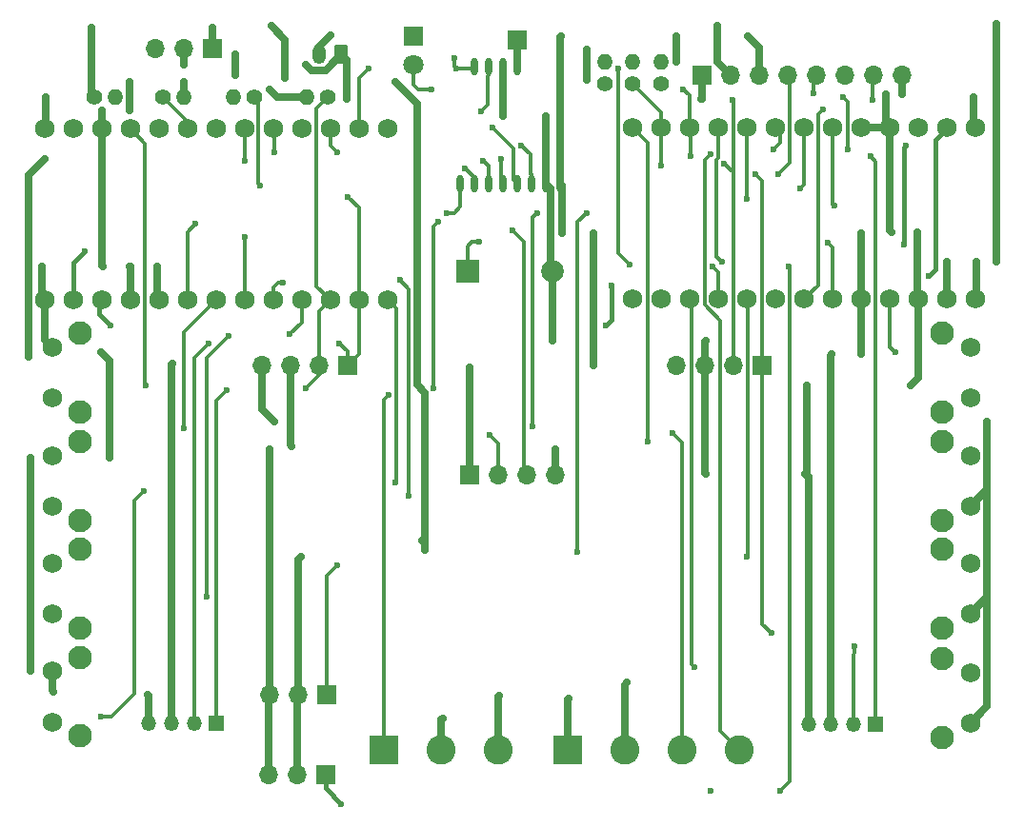
<source format=gbr>
%TF.GenerationSoftware,KiCad,Pcbnew,8.0.6-8.0.6-0~ubuntu24.04.1*%
%TF.CreationDate,2025-07-02T20:36:46-04:00*%
%TF.ProjectId,meshbot_kicad_v1,6d657368-626f-4745-9f6b-696361645f76,rev?*%
%TF.SameCoordinates,Original*%
%TF.FileFunction,Copper,L1,Top*%
%TF.FilePolarity,Positive*%
%FSLAX46Y46*%
G04 Gerber Fmt 4.6, Leading zero omitted, Abs format (unit mm)*
G04 Created by KiCad (PCBNEW 8.0.6-8.0.6-0~ubuntu24.04.1) date 2025-07-02 20:36:46*
%MOMM*%
%LPD*%
G01*
G04 APERTURE LIST*
G04 Aperture macros list*
%AMRoundRect*
0 Rectangle with rounded corners*
0 $1 Rounding radius*
0 $2 $3 $4 $5 $6 $7 $8 $9 X,Y pos of 4 corners*
0 Add a 4 corners polygon primitive as box body*
4,1,4,$2,$3,$4,$5,$6,$7,$8,$9,$2,$3,0*
0 Add four circle primitives for the rounded corners*
1,1,$1+$1,$2,$3*
1,1,$1+$1,$4,$5*
1,1,$1+$1,$6,$7*
1,1,$1+$1,$8,$9*
0 Add four rect primitives between the rounded corners*
20,1,$1+$1,$2,$3,$4,$5,0*
20,1,$1+$1,$4,$5,$6,$7,0*
20,1,$1+$1,$6,$7,$8,$9,0*
20,1,$1+$1,$8,$9,$2,$3,0*%
G04 Aperture macros list end*
%TA.AperFunction,ComponentPad*%
%ADD10R,1.800000X1.800000*%
%TD*%
%TA.AperFunction,ComponentPad*%
%ADD11C,1.800000*%
%TD*%
%TA.AperFunction,ComponentPad*%
%ADD12R,1.700000X1.700000*%
%TD*%
%TA.AperFunction,ComponentPad*%
%ADD13O,1.700000X1.700000*%
%TD*%
%TA.AperFunction,ComponentPad*%
%ADD14C,1.750000*%
%TD*%
%TA.AperFunction,ComponentPad*%
%ADD15C,2.100000*%
%TD*%
%TA.AperFunction,ComponentPad*%
%ADD16C,1.400000*%
%TD*%
%TA.AperFunction,ComponentPad*%
%ADD17O,1.400000X1.400000*%
%TD*%
%TA.AperFunction,ComponentPad*%
%ADD18RoundRect,0.250000X0.350000X0.625000X-0.350000X0.625000X-0.350000X-0.625000X0.350000X-0.625000X0*%
%TD*%
%TA.AperFunction,ComponentPad*%
%ADD19O,1.200000X1.750000*%
%TD*%
%TA.AperFunction,ComponentPad*%
%ADD20C,1.752600*%
%TD*%
%TA.AperFunction,ComponentPad*%
%ADD21O,1.350000X1.350000*%
%TD*%
%TA.AperFunction,ComponentPad*%
%ADD22R,1.350000X1.350000*%
%TD*%
%TA.AperFunction,ComponentPad*%
%ADD23R,2.600000X2.600000*%
%TD*%
%TA.AperFunction,ComponentPad*%
%ADD24C,2.600000*%
%TD*%
%TA.AperFunction,ComponentPad*%
%ADD25R,2.000000X2.000000*%
%TD*%
%TA.AperFunction,ComponentPad*%
%ADD26C,2.000000*%
%TD*%
%TA.AperFunction,SMDPad,CuDef*%
%ADD27RoundRect,0.300000X0.000010X-0.500000X0.000010X0.500000X-0.000010X0.500000X-0.000010X-0.500000X0*%
%TD*%
%TA.AperFunction,ViaPad*%
%ADD28C,0.600000*%
%TD*%
%TA.AperFunction,Conductor*%
%ADD29C,0.300000*%
%TD*%
%TA.AperFunction,Conductor*%
%ADD30C,0.700000*%
%TD*%
%TA.AperFunction,Conductor*%
%ADD31C,0.400000*%
%TD*%
G04 APERTURE END LIST*
D10*
%TO.P,D2,1,K*%
%TO.N,GND*%
X136400000Y-41260000D03*
D11*
%TO.P,D2,2,A*%
%TO.N,Net-(D2-A)*%
X136400000Y-43800000D03*
%TD*%
D12*
%TO.P,J2,1,Pin_1*%
%TO.N,3V3*%
X141380000Y-80300000D03*
D13*
%TO.P,J2,2,Pin_2*%
%TO.N,GPS_RX*%
X143920000Y-80300000D03*
%TO.P,J2,3,Pin_3*%
%TO.N,GPS_TX*%
X146460000Y-80300000D03*
%TO.P,J2,4,Pin_4*%
%TO.N,GND*%
X149000000Y-80300000D03*
%TD*%
D14*
%TO.P,SW8,2,2*%
%TO.N,GND*%
X104300000Y-97800000D03*
%TO.P,SW8,1,1*%
%TO.N,MESH_BUTTON_C*%
X104300000Y-102300000D03*
D15*
%TO.P,SW8,*%
%TO.N,*%
X106790000Y-96540000D03*
X106790000Y-103550000D03*
%TD*%
D16*
%TO.P,R7,1*%
%TO.N,Net-(D2-A)*%
X153400000Y-45500000D03*
D17*
%TO.P,R7,2*%
%TO.N,LED_A*%
X153400000Y-43600000D03*
%TD*%
D18*
%TO.P,J1,1,Pin_1*%
%TO.N,V_EXT*%
X130000000Y-42900000D03*
D19*
%TO.P,J1,2,Pin_2*%
%TO.N,GND*%
X128000000Y-42900000D03*
%TD*%
D20*
%TO.P,U2,1,TX0/P0.06*%
%TO.N,MESH_TX*%
X106140000Y-64780000D03*
%TO.P,U2,2,RX1/P0.08*%
%TO.N,MESH_RX*%
X108680000Y-64780000D03*
%TO.P,U2,3,GND*%
%TO.N,GND*%
X111220000Y-64780000D03*
%TO.P,U2,4,GND*%
X113760000Y-64780000D03*
%TO.P,U2,5,P0.17*%
%TO.N,RF_SW*%
X116300000Y-64780000D03*
%TO.P,U2,6,P0.20*%
%TO.N,GPS_RX*%
X118840000Y-64780000D03*
%TO.P,U2,7,P0.22*%
%TO.N,GPS_TX*%
X121380000Y-64780000D03*
%TO.P,U2,8,P0.24*%
%TO.N,MESH_BUTTON_A*%
X123920000Y-64780000D03*
%TO.P,U2,9,P1.00*%
%TO.N,MESH_BUTTON_B*%
X126460000Y-64780000D03*
%TO.P,U2,10,P0.11*%
%TO.N,SCL_MESH*%
X129000000Y-64780000D03*
%TO.P,U2,11,P1.04*%
%TO.N,SDA_MESH*%
X131540000Y-64780000D03*
%TO.P,U2,12,P1.06*%
%TO.N,MESH_BUTTON_C*%
X134080000Y-64780000D03*
%TO.P,U2,13,NFC1/P0.09*%
%TO.N,LORA_RST*%
X134080000Y-49540000D03*
%TO.P,U2,14,NFC2/P0.10*%
%TO.N,DIO1*%
X131540000Y-49540000D03*
%TO.P,U2,15,P1.11*%
%TO.N,SCK*%
X129000000Y-49540000D03*
%TO.P,U2,16,P1.13*%
%TO.N,CS*%
X126460000Y-49540000D03*
%TO.P,U2,17,P1.15*%
%TO.N,MOSI*%
X123920000Y-49540000D03*
%TO.P,U2,18,AIN0/P0.02*%
%TO.N,MISO*%
X121380000Y-49540000D03*
%TO.P,U2,19,AIN5/P0.29*%
%TO.N,BUSY*%
X118840000Y-49540000D03*
%TO.P,U2,20,AIN7/P0.31*%
%TO.N,MESH_BATT_MEASURE*%
X116300000Y-49540000D03*
%TO.P,U2,21,VCC*%
%TO.N,3V3*%
X113760000Y-49540000D03*
%TO.P,U2,22,RST*%
%TO.N,MESH_RST*%
X111220000Y-49540000D03*
%TO.P,U2,23,GND*%
%TO.N,GND*%
X108680000Y-49540000D03*
%TO.P,U2,24,BAT*%
%TO.N,BAT*%
X106140000Y-49540000D03*
%TO.P,U2,25,BAT*%
X103600000Y-49540000D03*
%TO.P,U2,26,GND*%
%TO.N,GND*%
X103600000Y-64780000D03*
%TD*%
D21*
%TO.P,U5,1,GND*%
%TO.N,GND*%
X171500000Y-102500000D03*
%TO.P,U5,2,VCC*%
%TO.N,3V3*%
X173500000Y-102500000D03*
%TO.P,U5,3,SDA*%
%TO.N,SDA*%
X175500000Y-102500000D03*
D22*
%TO.P,U5,4,SCL*%
%TO.N,SCL*%
X177500000Y-102500000D03*
%TD*%
D20*
%TO.P,U3,26,GND*%
%TO.N,GND*%
X186380000Y-49460000D03*
%TO.P,U3,25,BAT*%
%TO.N,BAT*%
X186380000Y-64700000D03*
%TO.P,U3,24,BAT*%
X183840000Y-64700000D03*
%TO.P,U3,23,GND*%
%TO.N,GND*%
X181300000Y-64700000D03*
%TO.P,U3,22,RST*%
%TO.N,MICRO_RST*%
X178760000Y-64700000D03*
%TO.P,U3,21,VCC*%
%TO.N,3V3*%
X176220000Y-64700000D03*
%TO.P,U3,20,AIN7/P0.31*%
%TO.N,BUZZER*%
X173680000Y-64700000D03*
%TO.P,U3,19,AIN5/P0.29*%
%TO.N,P0.29*%
X171140000Y-64700000D03*
%TO.P,U3,18,AIN0/P0.02*%
%TO.N,P0.02*%
X168600000Y-64700000D03*
%TO.P,U3,17,P1.15*%
%TO.N,BUTTON_B*%
X166060000Y-64700000D03*
%TO.P,U3,16,P1.13*%
%TO.N,LED_A*%
X163520000Y-64700000D03*
%TO.P,U3,15,P1.11*%
%TO.N,BUTTON_C*%
X160980000Y-64700000D03*
%TO.P,U3,14,NFC2/P0.10*%
%TO.N,P0.10*%
X158440000Y-64700000D03*
%TO.P,U3,13,NFC1/P0.09*%
%TO.N,P0.09*%
X155900000Y-64700000D03*
%TO.P,U3,12,P1.06*%
%TO.N,BUTTON_A*%
X155900000Y-49460000D03*
%TO.P,U3,11,P1.04*%
%TO.N,SDA*%
X158440000Y-49460000D03*
%TO.P,U3,10,P0.11*%
%TO.N,SCL*%
X160980000Y-49460000D03*
%TO.P,U3,9,P1.00*%
%TO.N,SERVO_B*%
X163520000Y-49460000D03*
%TO.P,U3,8,P0.24*%
%TO.N,SERVO_A*%
X166060000Y-49460000D03*
%TO.P,U3,7,P0.22*%
%TO.N,UART_TX*%
X168600000Y-49460000D03*
%TO.P,U3,6,P0.20*%
%TO.N,UART_RX*%
X171140000Y-49460000D03*
%TO.P,U3,5,P0.17*%
%TO.N,1WIRE*%
X173680000Y-49460000D03*
%TO.P,U3,4,GND*%
%TO.N,GND*%
X176220000Y-49460000D03*
%TO.P,U3,3,GND*%
X178760000Y-49460000D03*
%TO.P,U3,2,RX1/P0.08*%
%TO.N,MESH_TX*%
X181300000Y-49460000D03*
%TO.P,U3,1,TX0/P0.06*%
%TO.N,MESH_RX*%
X183840000Y-49460000D03*
%TD*%
D23*
%TO.P,J6,1,Pin_1*%
%TO.N,GND*%
X150100000Y-104800000D03*
D24*
%TO.P,J6,2,Pin_2*%
%TO.N,3V3*%
X155180000Y-104800000D03*
%TO.P,J6,3,Pin_3*%
%TO.N,UART_RX*%
X160260000Y-104800000D03*
%TO.P,J6,4,Pin_4*%
%TO.N,UART_TX*%
X165340000Y-104800000D03*
%TD*%
D14*
%TO.P,SW1,2,2*%
%TO.N,GND*%
X104300000Y-69000000D03*
%TO.P,SW1,1,1*%
%TO.N,MESH_RST*%
X104300000Y-73500000D03*
D15*
%TO.P,SW1,*%
%TO.N,*%
X106790000Y-67740000D03*
X106790000Y-74750000D03*
%TD*%
D17*
%TO.P,R1,2*%
%TO.N,GND*%
X115995000Y-46700000D03*
D16*
%TO.P,R1,1*%
%TO.N,MESH_BATT_MEASURE*%
X114095000Y-46700000D03*
%TD*%
D12*
%TO.P,J11,1,Pin_1*%
%TO.N,SERVO_A*%
X128680000Y-99900000D03*
D13*
%TO.P,J11,2,Pin_2*%
%TO.N,BAT*%
X126140000Y-99900000D03*
%TO.P,J11,3,Pin_3*%
%TO.N,GND*%
X123600000Y-99900000D03*
%TD*%
D25*
%TO.P,J9,1,Pin_1*%
%TO.N,BUZZER*%
X141200000Y-62200000D03*
D26*
%TO.P,J9,2,Pin_2*%
%TO.N,GND*%
X148800000Y-62200000D03*
%TD*%
D14*
%TO.P,SW7,2,2*%
%TO.N,GND*%
X104300000Y-88200000D03*
%TO.P,SW7,1,1*%
%TO.N,MESH_BUTTON_B*%
X104300000Y-92700000D03*
D15*
%TO.P,SW7,*%
%TO.N,*%
X106790000Y-86940000D03*
X106790000Y-93950000D03*
%TD*%
D17*
%TO.P,R6,2*%
%TO.N,3V3*%
X155900000Y-43600000D03*
D16*
%TO.P,R6,1*%
%TO.N,SDA*%
X155900000Y-45500000D03*
%TD*%
D14*
%TO.P,SW6,2,2*%
%TO.N,GND*%
X185900000Y-102400000D03*
%TO.P,SW6,1,1*%
%TO.N,BUTTON_C*%
X185900000Y-97900000D03*
D15*
%TO.P,SW6,*%
%TO.N,*%
X183410000Y-103660000D03*
X183410000Y-96650000D03*
%TD*%
D14*
%TO.P,SW5,2,2*%
%TO.N,GND*%
X185900000Y-92700000D03*
%TO.P,SW5,1,1*%
%TO.N,BUTTON_B*%
X185900000Y-88200000D03*
D15*
%TO.P,SW5,*%
%TO.N,*%
X183410000Y-93960000D03*
X183410000Y-86950000D03*
%TD*%
D17*
%TO.P,R5,2*%
%TO.N,3V3*%
X158400000Y-43600000D03*
D16*
%TO.P,R5,1*%
%TO.N,SCL*%
X158400000Y-45500000D03*
%TD*%
D14*
%TO.P,SW3,2,2*%
%TO.N,GND*%
X185900000Y-73500000D03*
%TO.P,SW3,1,1*%
%TO.N,MICRO_RST*%
X185900000Y-69000000D03*
D15*
%TO.P,SW3,*%
%TO.N,*%
X183410000Y-74760000D03*
X183410000Y-67750000D03*
%TD*%
D13*
%TO.P,J3,1,Pin_1*%
%TO.N,3V3*%
X122900000Y-70600000D03*
%TO.P,J3,2,Pin_2*%
%TO.N,GND*%
X125440000Y-70600000D03*
%TO.P,J3,3,Pin_3*%
%TO.N,SCL_MESH*%
X127980000Y-70600000D03*
D12*
%TO.P,J3,4,Pin_4*%
%TO.N,SDA_MESH*%
X130520000Y-70600000D03*
%TD*%
D17*
%TO.P,R3,2*%
%TO.N,3V3*%
X126900000Y-46700000D03*
D16*
%TO.P,R3,1*%
%TO.N,SCL_MESH*%
X128800000Y-46700000D03*
%TD*%
D17*
%TO.P,R2,2*%
%TO.N,MESH_BATT_MEASURE*%
X109895000Y-46700000D03*
D16*
%TO.P,R2,1*%
%TO.N,BAT*%
X107995000Y-46700000D03*
%TD*%
D21*
%TO.P,U4,1,GND*%
%TO.N,GND*%
X112900000Y-102400000D03*
%TO.P,U4,2,VCC*%
%TO.N,3V3*%
X114900000Y-102400000D03*
%TO.P,U4,3,SDA*%
%TO.N,SDA_MESH*%
X116900000Y-102400000D03*
D22*
%TO.P,U4,4,SCL*%
%TO.N,SCL_MESH*%
X118900000Y-102400000D03*
%TD*%
D14*
%TO.P,SW4,2,2*%
%TO.N,GND*%
X185900000Y-83100000D03*
%TO.P,SW4,1,1*%
%TO.N,BUTTON_A*%
X185900000Y-78600000D03*
D15*
%TO.P,SW4,*%
%TO.N,*%
X183410000Y-84360000D03*
X183410000Y-77350000D03*
%TD*%
D13*
%TO.P,J13,8,Pin_8*%
%TO.N,GND*%
X179805000Y-44775000D03*
%TO.P,J13,7,Pin_7*%
%TO.N,P0.29*%
X177265000Y-44775000D03*
%TO.P,J13,6,Pin_6*%
%TO.N,P0.2*%
X174725000Y-44775000D03*
%TO.P,J13,5,Pin_5*%
%TO.N,SCL*%
X172185000Y-44775000D03*
%TO.P,J13,4,Pin_4*%
%TO.N,SDA*%
X169645000Y-44775000D03*
%TO.P,J13,3,Pin_3*%
%TO.N,3V3*%
X167105000Y-44775000D03*
%TO.P,J13,2,Pin_2*%
%TO.N,BAT*%
X164565000Y-44775000D03*
D12*
%TO.P,J13,1,Pin_1*%
%TO.N,V_EXT*%
X162025000Y-44775000D03*
%TD*%
D13*
%TO.P,J12,3,Pin_3*%
%TO.N,GND*%
X123500000Y-107000000D03*
%TO.P,J12,2,Pin_2*%
%TO.N,BAT*%
X126040000Y-107000000D03*
D12*
%TO.P,J12,1,Pin_1*%
%TO.N,SERVO_B*%
X128580000Y-107000000D03*
%TD*%
D27*
%TO.P,U1,1,RF_SW1*%
%TO.N,RF_SW*%
X140510000Y-54400000D03*
%TO.P,U1,2,MISO*%
%TO.N,MISO*%
X141780000Y-54400000D03*
%TO.P,U1,3,MOSI*%
%TO.N,MOSI*%
X143050000Y-54400000D03*
%TO.P,U1,4,SCK*%
%TO.N,SCK*%
X144320000Y-54400000D03*
%TO.P,U1,5,RST*%
%TO.N,LORA_RST*%
X145590000Y-54400000D03*
%TO.P,U1,6,NSS*%
%TO.N,CS*%
X146860000Y-54400000D03*
%TO.P,U1,7,GND1*%
%TO.N,GND*%
X148130000Y-54400000D03*
%TO.P,U1,8,VCC*%
%TO.N,3V3*%
X149400000Y-54400000D03*
%TO.P,U1,9,ANT*%
%TO.N,ANT*%
X145590000Y-44000000D03*
%TO.P,U1,10,GND2*%
%TO.N,GND*%
X144320000Y-44000000D03*
%TO.P,U1,11,BUSY*%
%TO.N,BUSY*%
X143050000Y-44000000D03*
%TO.P,U1,12,DIO1*%
%TO.N,DIO1*%
X141780000Y-44000000D03*
%TD*%
D24*
%TO.P,J7,3,Pin_3*%
%TO.N,GND*%
X143960000Y-104800000D03*
%TO.P,J7,2,Pin_2*%
%TO.N,3V3*%
X138880000Y-104800000D03*
D23*
%TO.P,J7,1,Pin_1*%
%TO.N,1WIRE*%
X133800000Y-104800000D03*
%TD*%
D12*
%TO.P,J4,1,Pin_1*%
%TO.N,ANT*%
X145600000Y-41600000D03*
%TD*%
D17*
%TO.P,R4,2*%
%TO.N,3V3*%
X120400000Y-46700000D03*
D16*
%TO.P,R4,1*%
%TO.N,SDA_MESH*%
X122300000Y-46700000D03*
%TD*%
D14*
%TO.P,SW2,2,2*%
%TO.N,GND*%
X104300000Y-78600000D03*
%TO.P,SW2,1,1*%
%TO.N,MESH_BUTTON_A*%
X104300000Y-83100000D03*
D15*
%TO.P,SW2,*%
%TO.N,*%
X106790000Y-77340000D03*
X106790000Y-84350000D03*
%TD*%
D12*
%TO.P,J5,4,Pin_4*%
%TO.N,SDA*%
X167420000Y-70600000D03*
D13*
%TO.P,J5,3,Pin_3*%
%TO.N,SCL*%
X164880000Y-70600000D03*
%TO.P,J5,2,Pin_2*%
%TO.N,GND*%
X162340000Y-70600000D03*
%TO.P,J5,1,Pin_1*%
%TO.N,3V3*%
X159800000Y-70600000D03*
%TD*%
D12*
%TO.P,J8,1,Pin_1*%
%TO.N,BAT*%
X118500000Y-42400000D03*
D13*
%TO.P,J8,2,Pin_2*%
%TO.N,V_EXT*%
X115960000Y-42400000D03*
%TO.P,J8,3,Pin_3*%
%TO.N,unconnected-(J8-Pin_3-Pad3)*%
X113420000Y-42400000D03*
%TD*%
D28*
%TO.N,Net-(D2-A)*%
X138000000Y-46000000D03*
%TO.N,BAT*%
X134800000Y-45400000D03*
%TO.N,GND*%
X129000000Y-41200000D03*
%TO.N,DIO1*%
X140000000Y-43200000D03*
%TO.N,BAT*%
X123800000Y-40400000D03*
X125000000Y-45000000D03*
%TO.N,GND*%
X120600000Y-44800000D03*
%TO.N,3V3*%
X123600000Y-46000000D03*
%TO.N,V_EXT*%
X126800000Y-43800000D03*
X116000000Y-43800000D03*
%TO.N,MICRO_RST*%
X179200000Y-69400000D03*
%TO.N,BUSY*%
X142400000Y-48000000D03*
%TO.N,DIO1*%
X140200000Y-44200000D03*
X132400000Y-44200000D03*
%TO.N,RF_SW*%
X117000000Y-58000000D03*
X139400000Y-57000000D03*
%TO.N,MISO*%
X121400000Y-52400000D03*
X141000000Y-53050000D03*
%TO.N,MOSI*%
X124000000Y-51600000D03*
X142600000Y-52400000D03*
%TO.N,LORA_RST*%
X143400000Y-49400000D03*
%TO.N,SCK*%
X144200000Y-52200000D03*
X129600000Y-51650000D03*
%TO.N,CS*%
X146000000Y-51000000D03*
%TO.N,MESH_RST*%
X112600000Y-72400000D03*
%TO.N,3V3*%
X103600000Y-52200000D03*
X102200000Y-69800000D03*
%TO.N,GND*%
X108600000Y-69400000D03*
X109400000Y-78800000D03*
%TO.N,3V3*%
X124000000Y-75600000D03*
X141380000Y-75600000D03*
%TO.N,GPS_RX*%
X116000000Y-76200000D03*
X143200000Y-76800000D03*
%TO.N,SDA_MESH*%
X122800000Y-54600000D03*
X130600000Y-55600000D03*
%TO.N,GPS_TX*%
X121400000Y-59200000D03*
X145200000Y-58600000D03*
%TO.N,MESH_BUTTON_A*%
X124800000Y-63200000D03*
X136000000Y-82200000D03*
X135200000Y-63000000D03*
%TO.N,MESH_BUTTON_B*%
X118000000Y-91200000D03*
X120000000Y-67950000D03*
X125400000Y-67800000D03*
%TO.N,SCL_MESH*%
X119800000Y-72800000D03*
X126800000Y-72600000D03*
%TO.N,SDA_MESH*%
X129800000Y-68600000D03*
X118200000Y-68600000D03*
%TO.N,MESH_BUTTON_C*%
X134800000Y-81000000D03*
X112400000Y-81800000D03*
X108600000Y-101800000D03*
%TO.N,SDA*%
X175600000Y-95600000D03*
X168200000Y-94400000D03*
%TO.N,SCL*%
X160400000Y-46000000D03*
X164800000Y-47000000D03*
%TO.N,BUZZER*%
X142200000Y-59600000D03*
X173200000Y-59650000D03*
%TO.N,LED_A*%
X155600000Y-61600000D03*
X154600000Y-44200000D03*
X163000000Y-61800000D03*
%TO.N,BUTTON_A*%
X157200000Y-77400000D03*
%TO.N,SDA*%
X168800000Y-53600000D03*
%TO.N,SCL*%
X174600000Y-46750000D03*
X172000000Y-46400000D03*
X175000000Y-51400000D03*
X177000000Y-52000000D03*
%TO.N,SERVO_B*%
X163800000Y-61400000D03*
X169800000Y-61800000D03*
X169000000Y-108400000D03*
%TO.N,UART_TX*%
X162800000Y-51800000D03*
X168400000Y-51400000D03*
%TO.N,BUTTON_C*%
X161400000Y-97400000D03*
%TO.N,BUTTON_B*%
X166000000Y-87600000D03*
%TO.N,P0.29*%
X177200000Y-47000000D03*
X172800000Y-47800000D03*
%TO.N,SCL*%
X161000000Y-52000000D03*
X164000000Y-52600000D03*
%TO.N,SDA*%
X166800000Y-53600000D03*
X158400000Y-52800000D03*
%TO.N,UART_RX*%
X159400000Y-76600000D03*
X147000000Y-76000000D03*
X170800000Y-54800000D03*
X147400000Y-57000000D03*
%TO.N,SERVO_A*%
X129600000Y-88400000D03*
X166000000Y-55800000D03*
X151800000Y-57000000D03*
X151000000Y-87200000D03*
%TO.N,1WIRE*%
X173800000Y-56400000D03*
X134200000Y-73200000D03*
X138600000Y-57800000D03*
X138200000Y-72600000D03*
%TO.N,GND*%
X144000000Y-100000000D03*
%TO.N,3V3*%
X139000000Y-102000000D03*
X155180000Y-102000000D03*
%TO.N,GND*%
X150200000Y-100200000D03*
X171500000Y-100000000D03*
%TO.N,3V3*%
X155400000Y-98800000D03*
X173500000Y-98600000D03*
X176200000Y-69600000D03*
X173600000Y-69600000D03*
%TO.N,GND*%
X180600000Y-72400000D03*
X171400000Y-72400000D03*
X187400000Y-75600000D03*
X162400000Y-80200000D03*
X171200000Y-80200000D03*
%TO.N,SERVO_B*%
X162800000Y-108400000D03*
X130000000Y-109600000D03*
%TO.N,BAT*%
X137400000Y-87000000D03*
X126400000Y-87600000D03*
%TO.N,GND*%
X148800000Y-68400000D03*
X162400000Y-68400000D03*
%TO.N,3V3*%
X152400000Y-58800000D03*
X152400000Y-70600000D03*
X141400000Y-70800000D03*
%TO.N,GND*%
X149000000Y-78000000D03*
X125600000Y-77800000D03*
X123600000Y-78000000D03*
%TO.N,3V3*%
X115000000Y-70400000D03*
%TO.N,GND*%
X112800000Y-99900000D03*
X104400000Y-99600000D03*
X102400000Y-97800000D03*
X102400000Y-88200000D03*
X102400000Y-78800000D03*
X148200000Y-48400000D03*
X144400000Y-48400000D03*
%TO.N,3V3*%
X159800000Y-43600000D03*
X159800000Y-41300000D03*
%TO.N,GND*%
X111200000Y-61800000D03*
X113600000Y-61800000D03*
X103400000Y-61800000D03*
X108800000Y-61800000D03*
%TO.N,3V3*%
X149600000Y-58800000D03*
X176200000Y-58800000D03*
%TO.N,BAT*%
X188200000Y-40200000D03*
X188200000Y-61400000D03*
X163400000Y-42600000D03*
X163400000Y-40400000D03*
X186400000Y-61400000D03*
X183800000Y-61400000D03*
%TO.N,GND*%
X181200000Y-58700000D03*
X178900000Y-58700000D03*
X186200000Y-46700000D03*
X178400000Y-46500000D03*
X179800000Y-46500000D03*
%TO.N,3V3*%
X149500000Y-41300000D03*
%TO.N,BAT*%
X151800000Y-45200000D03*
X151800000Y-42500000D03*
%TO.N,3V3*%
X166100000Y-41300000D03*
%TO.N,V_EXT*%
X162000000Y-46900000D03*
X130500000Y-46900000D03*
%TO.N,GND*%
X120600000Y-42900000D03*
X111200000Y-47900000D03*
X116000000Y-45400000D03*
X108700000Y-47900000D03*
X111200000Y-45400000D03*
%TO.N,BAT*%
X103700000Y-46700000D03*
X107800000Y-40500000D03*
X118500000Y-40500000D03*
%TO.N,MESH_TX*%
X180200000Y-51000000D03*
X107200000Y-60400000D03*
X180000000Y-59800000D03*
%TO.N,MESH_RX*%
X154000000Y-63500000D03*
X182200000Y-62600000D03*
X109500000Y-67000000D03*
X153500000Y-67000000D03*
%TD*%
D29*
%TO.N,Net-(D2-A)*%
X136800000Y-46000000D02*
X138000000Y-46000000D01*
D30*
%TO.N,BAT*%
X137400000Y-86400000D02*
X137400000Y-73002082D01*
X137400000Y-73002082D02*
X136700000Y-72302082D01*
X136700000Y-72302082D02*
X136700000Y-47300000D01*
X136700000Y-47300000D02*
X134800000Y-45400000D01*
D29*
%TO.N,Net-(D2-A)*%
X136800000Y-46000000D02*
X136400000Y-45600000D01*
X136400000Y-45600000D02*
X136400000Y-43800000D01*
D30*
%TO.N,GND*%
X128000000Y-42200000D02*
X129000000Y-41200000D01*
X128000000Y-42900000D02*
X128000000Y-42200000D01*
D29*
%TO.N,DIO1*%
X140000000Y-43200000D02*
X140000000Y-44000000D01*
X140000000Y-44000000D02*
X140200000Y-44200000D01*
%TO.N,SDA*%
X158440000Y-49460000D02*
X158440000Y-48040000D01*
X158440000Y-48040000D02*
X155900000Y-45500000D01*
D30*
%TO.N,BAT*%
X125000000Y-41600000D02*
X123800000Y-40400000D01*
X125000000Y-45000000D02*
X125000000Y-41600000D01*
%TO.N,GND*%
X120600000Y-44800000D02*
X120600000Y-42900000D01*
%TO.N,3V3*%
X124300000Y-46700000D02*
X123600000Y-46000000D01*
X126900000Y-46700000D02*
X124300000Y-46700000D01*
%TO.N,V_EXT*%
X127325000Y-44325000D02*
X128575000Y-44325000D01*
X115960000Y-42400000D02*
X115960000Y-43760000D01*
X115960000Y-43760000D02*
X116000000Y-43800000D01*
X126800000Y-43800000D02*
X127325000Y-44325000D01*
X128575000Y-44325000D02*
X130000000Y-42900000D01*
D29*
%TO.N,SCL_MESH*%
X127980000Y-70600000D02*
X127980000Y-65800000D01*
X127980000Y-65800000D02*
X129000000Y-64780000D01*
%TO.N,MESH_BATT_MEASURE*%
X114095000Y-46700000D02*
X116300000Y-48905000D01*
X116300000Y-48905000D02*
X116300000Y-49540000D01*
D30*
%TO.N,GND*%
X148800000Y-62200000D02*
X148800000Y-61800000D01*
X148800000Y-61800000D02*
X148550000Y-61550000D01*
X148550000Y-61550000D02*
X148550000Y-54820000D01*
X148550000Y-54820000D02*
X148130000Y-54400000D01*
D29*
%TO.N,MICRO_RST*%
X178760000Y-68960000D02*
X179200000Y-69400000D01*
X178760000Y-64700000D02*
X178760000Y-68960000D01*
%TO.N,BUSY*%
X143000000Y-45600000D02*
X143000000Y-47400000D01*
X143000000Y-47400000D02*
X142400000Y-48000000D01*
X143050000Y-44000000D02*
X143050000Y-44799999D01*
X143050000Y-44799999D02*
X143000000Y-44849999D01*
X143000000Y-44849999D02*
X143000000Y-45600000D01*
%TO.N,DIO1*%
X131540000Y-49540000D02*
X131540000Y-45060000D01*
X131540000Y-45060000D02*
X132400000Y-44200000D01*
X140200000Y-44200000D02*
X141580000Y-44200000D01*
X141580000Y-44200000D02*
X141780000Y-44000000D01*
%TO.N,RF_SW*%
X140000000Y-57000000D02*
X140510000Y-56490000D01*
X116300000Y-58700000D02*
X117000000Y-58000000D01*
X116300000Y-64780000D02*
X116300000Y-58700000D01*
X139400000Y-57000000D02*
X140000000Y-57000000D01*
X140510000Y-56490000D02*
X140510000Y-54400000D01*
%TO.N,MISO*%
X121400000Y-49560000D02*
X121380000Y-49540000D01*
X141780000Y-54400000D02*
X141780000Y-53830000D01*
X141780000Y-53830000D02*
X141000000Y-53050000D01*
X121400000Y-52400000D02*
X121400000Y-49560000D01*
%TO.N,MOSI*%
X124000000Y-51600000D02*
X124000000Y-49620000D01*
X143050000Y-54400000D02*
X143050000Y-52850000D01*
X143050000Y-52850000D02*
X142600000Y-52400000D01*
X124000000Y-49620000D02*
X123920000Y-49540000D01*
%TO.N,LORA_RST*%
X145290000Y-51290000D02*
X143400000Y-49400000D01*
X145290000Y-54100000D02*
X145290000Y-51290000D01*
X145590000Y-54400000D02*
X145290000Y-54100000D01*
%TO.N,SCK*%
X129000000Y-49540000D02*
X129000000Y-51050000D01*
X129000000Y-51050000D02*
X129600000Y-51650000D01*
X144200000Y-52200000D02*
X144200000Y-54280000D01*
X144200000Y-54280000D02*
X144320000Y-54400000D01*
%TO.N,CS*%
X146800000Y-51800000D02*
X146000000Y-51000000D01*
X146860000Y-54400000D02*
X146860000Y-53600001D01*
X146860000Y-53600001D02*
X146800000Y-53540001D01*
X146800000Y-52400000D02*
X146800000Y-51800000D01*
X146800000Y-53540001D02*
X146800000Y-52400000D01*
%TO.N,MESH_RST*%
X112533700Y-50853700D02*
X111220000Y-49540000D01*
X112600000Y-72400000D02*
X112533700Y-72333700D01*
X112533700Y-72333700D02*
X112533700Y-50853700D01*
D30*
%TO.N,3V3*%
X102173700Y-53626300D02*
X103600000Y-52200000D01*
X102173700Y-69773700D02*
X102173700Y-53626300D01*
X102200000Y-69800000D02*
X102173700Y-69773700D01*
%TO.N,GND*%
X109400000Y-70200000D02*
X108600000Y-69400000D01*
X109400000Y-78800000D02*
X109400000Y-70200000D01*
%TO.N,3V3*%
X122900000Y-74500000D02*
X124000000Y-75600000D01*
X122900000Y-70600000D02*
X122900000Y-74500000D01*
X141380000Y-80300000D02*
X141380000Y-75600000D01*
X141380000Y-75600000D02*
X141380000Y-70820000D01*
D29*
%TO.N,GPS_RX*%
X116000000Y-67620000D02*
X118840000Y-64780000D01*
X143920000Y-80300000D02*
X143920000Y-77520000D01*
X143920000Y-77520000D02*
X143200000Y-76800000D01*
X116000000Y-76200000D02*
X116000000Y-67620000D01*
%TO.N,SDA_MESH*%
X122606300Y-47006300D02*
X122300000Y-46700000D01*
X131540000Y-64780000D02*
X131540000Y-56540000D01*
X131540000Y-56540000D02*
X130600000Y-55600000D01*
X122800000Y-54600000D02*
X122606300Y-54406300D01*
X122606300Y-54406300D02*
X122606300Y-47006300D01*
X131540000Y-64780000D02*
X131540000Y-69580000D01*
X131540000Y-69580000D02*
X130520000Y-70600000D01*
%TO.N,SCL_MESH*%
X129000000Y-64780000D02*
X127773700Y-63553700D01*
X127773700Y-63553700D02*
X127773700Y-47726300D01*
X127773700Y-47726300D02*
X128800000Y-46700000D01*
%TO.N,GPS_TX*%
X121400000Y-59800000D02*
X121380000Y-59820000D01*
X146200000Y-80040000D02*
X146200000Y-69600000D01*
X146460000Y-80300000D02*
X146200000Y-80040000D01*
X146200000Y-69600000D02*
X146200000Y-59600000D01*
X121400000Y-59200000D02*
X121400000Y-59800000D01*
X121380000Y-59820000D02*
X121380000Y-64780000D01*
X146200000Y-59600000D02*
X145200000Y-58600000D01*
%TO.N,MESH_BUTTON_A*%
X124800000Y-63200000D02*
X124400000Y-63200000D01*
X124400000Y-63200000D02*
X123920000Y-63680000D01*
X123920000Y-63680000D02*
X123920000Y-64780000D01*
X136000000Y-82200000D02*
X136000000Y-63800000D01*
X136000000Y-63800000D02*
X135200000Y-63000000D01*
%TO.N,MESH_BUTTON_B*%
X118000000Y-91200000D02*
X118000000Y-70400000D01*
X118000000Y-69950000D02*
X120000000Y-67950000D01*
X118000000Y-70400000D02*
X118000000Y-69950000D01*
X126460000Y-66740000D02*
X126460000Y-64780000D01*
X125400000Y-67800000D02*
X126460000Y-66740000D01*
%TO.N,SCL_MESH*%
X127980000Y-71420000D02*
X127980000Y-70600000D01*
X118900000Y-73700000D02*
X119800000Y-72800000D01*
X118900000Y-102400000D02*
X118900000Y-73700000D01*
X126800000Y-72600000D02*
X127980000Y-71420000D01*
%TO.N,SDA_MESH*%
X130520000Y-69320000D02*
X129800000Y-68600000D01*
X130520000Y-70600000D02*
X130520000Y-69320000D01*
X116900000Y-102400000D02*
X116900000Y-69900000D01*
X116900000Y-69900000D02*
X118200000Y-68600000D01*
X130400000Y-70480000D02*
X130520000Y-70600000D01*
%TO.N,MESH_BUTTON_C*%
X110600000Y-100800000D02*
X111600000Y-99800000D01*
X108600000Y-101800000D02*
X109600000Y-101800000D01*
X109600000Y-101800000D02*
X110600000Y-100800000D01*
X111600000Y-82600000D02*
X112400000Y-81800000D01*
X111600000Y-85400000D02*
X111600000Y-82600000D01*
X111600000Y-99800000D02*
X111600000Y-85400000D01*
X134800000Y-81000000D02*
X134850000Y-80950000D01*
X134850000Y-80950000D02*
X134850000Y-65550000D01*
X134850000Y-65550000D02*
X134080000Y-64780000D01*
%TO.N,SDA*%
X167420000Y-70600000D02*
X167420000Y-93620000D01*
X167420000Y-93620000D02*
X168200000Y-94400000D01*
X175600000Y-96200000D02*
X175500000Y-96300000D01*
X175600000Y-95600000D02*
X175600000Y-96200000D01*
X175500000Y-96300000D02*
X175500000Y-102500000D01*
%TO.N,SCL*%
X160980000Y-46580000D02*
X160400000Y-46000000D01*
X160980000Y-49460000D02*
X160980000Y-46580000D01*
X164800000Y-47000000D02*
X164833700Y-47033700D01*
X164833700Y-47033700D02*
X164833700Y-53433700D01*
%TO.N,BUZZER*%
X173680000Y-64700000D02*
X173680000Y-60130000D01*
X173680000Y-60130000D02*
X173200000Y-59650000D01*
X141600000Y-59600000D02*
X141200000Y-60000000D01*
X142200000Y-59600000D02*
X141600000Y-59600000D01*
X141200000Y-60000000D02*
X141200000Y-62200000D01*
%TO.N,LED_A*%
X154600000Y-60600000D02*
X155600000Y-61600000D01*
X154600000Y-44200000D02*
X154600000Y-60600000D01*
X163000000Y-61800000D02*
X163520000Y-62320000D01*
X163520000Y-62320000D02*
X163520000Y-64700000D01*
%TO.N,BUTTON_A*%
X157200000Y-77400000D02*
X157200000Y-50760000D01*
X157200000Y-50760000D02*
X155900000Y-49460000D01*
%TO.N,SDA*%
X169826300Y-52573700D02*
X168800000Y-53600000D01*
X169826300Y-44956300D02*
X169826300Y-52573700D01*
X169645000Y-44775000D02*
X169826300Y-44956300D01*
%TO.N,SCL*%
X175000000Y-51400000D02*
X174993700Y-51393700D01*
X172000000Y-46400000D02*
X172000000Y-44960000D01*
X174993700Y-47143700D02*
X174600000Y-46750000D01*
X174993700Y-51393700D02*
X174993700Y-47143700D01*
X172000000Y-44960000D02*
X172185000Y-44775000D01*
X177500000Y-102500000D02*
X177500000Y-52500000D01*
X177500000Y-52500000D02*
X177000000Y-52000000D01*
%TO.N,SERVO_B*%
X163350000Y-60950000D02*
X163800000Y-61400000D01*
X163350000Y-52330761D02*
X163350000Y-60950000D01*
X163520000Y-52160761D02*
X163350000Y-52330761D01*
X163520000Y-49460000D02*
X163520000Y-52160761D01*
X169826300Y-107573700D02*
X169000000Y-108400000D01*
X169800000Y-61800000D02*
X169826300Y-61826300D01*
X169826300Y-61826300D02*
X169826300Y-107573700D01*
%TO.N,UART_TX*%
X162293700Y-52306300D02*
X162800000Y-51800000D01*
X162293700Y-65207951D02*
X162293700Y-52306300D01*
X169000000Y-50800000D02*
X169000000Y-49860000D01*
X163680000Y-66594251D02*
X162293700Y-65207951D01*
X163680000Y-103140000D02*
X163680000Y-66594251D01*
X165340000Y-104800000D02*
X163680000Y-103140000D01*
X168400000Y-51400000D02*
X169000000Y-50800000D01*
X169000000Y-49860000D02*
X168600000Y-49460000D01*
%TO.N,BUTTON_C*%
X161400000Y-97400000D02*
X161140000Y-97140000D01*
X161140000Y-97140000D02*
X161140000Y-64860000D01*
X161140000Y-64860000D02*
X160980000Y-64700000D01*
%TO.N,BUTTON_B*%
X166000000Y-87600000D02*
X166080000Y-87520000D01*
X166080000Y-87520000D02*
X166080000Y-64720000D01*
X166080000Y-64720000D02*
X166060000Y-64700000D01*
%TO.N,P0.29*%
X177200000Y-47000000D02*
X177200000Y-44840000D01*
X172366300Y-48233700D02*
X172800000Y-47800000D01*
X172366300Y-63473700D02*
X172366300Y-48233700D01*
X171140000Y-64700000D02*
X172366300Y-63473700D01*
X177200000Y-44840000D02*
X177265000Y-44775000D01*
%TO.N,SCL*%
X164880000Y-70600000D02*
X164833700Y-70553700D01*
X164833700Y-70553700D02*
X164833700Y-53433700D01*
X164833700Y-53433700D02*
X164000000Y-52600000D01*
X161000000Y-52000000D02*
X161000000Y-49480000D01*
X161000000Y-49480000D02*
X160980000Y-49460000D01*
%TO.N,SDA*%
X167420000Y-70600000D02*
X167373700Y-70553700D01*
X158400000Y-52800000D02*
X158440000Y-52760000D01*
X158440000Y-52760000D02*
X158440000Y-49460000D01*
X167373700Y-70553700D02*
X167373700Y-54173700D01*
X167373700Y-54173700D02*
X166800000Y-53600000D01*
%TO.N,UART_RX*%
X170800000Y-54800000D02*
X171140000Y-54460000D01*
X147000000Y-76000000D02*
X147000000Y-57400000D01*
X147000000Y-57400000D02*
X147400000Y-57000000D01*
X160260000Y-77460000D02*
X159400000Y-76600000D01*
X160260000Y-104800000D02*
X160260000Y-77460000D01*
X171140000Y-54460000D02*
X171140000Y-49460000D01*
%TO.N,SERVO_A*%
X151000000Y-57800000D02*
X151800000Y-57000000D01*
X151000000Y-87200000D02*
X151000000Y-57800000D01*
X128680000Y-99900000D02*
X128680000Y-89320000D01*
X128680000Y-89320000D02*
X129600000Y-88400000D01*
X166000000Y-55800000D02*
X166060000Y-55740000D01*
X166060000Y-55740000D02*
X166060000Y-49460000D01*
%TO.N,1WIRE*%
X173800000Y-56400000D02*
X173680000Y-56280000D01*
X173680000Y-56280000D02*
X173680000Y-49460000D01*
X133800000Y-104800000D02*
X133800000Y-73600000D01*
X133800000Y-73600000D02*
X134200000Y-73200000D01*
X138200000Y-72600000D02*
X138200000Y-58200000D01*
X138200000Y-58200000D02*
X138600000Y-57800000D01*
D30*
%TO.N,GND*%
X143960000Y-100040000D02*
X144000000Y-100000000D01*
X143960000Y-104800000D02*
X143960000Y-100040000D01*
%TO.N,3V3*%
X138880000Y-102120000D02*
X139000000Y-102000000D01*
X155180000Y-104800000D02*
X155180000Y-102000000D01*
X138880000Y-104800000D02*
X138880000Y-102120000D01*
X155180000Y-102000000D02*
X155180000Y-99020000D01*
%TO.N,GND*%
X150100000Y-100300000D02*
X150200000Y-100200000D01*
X150100000Y-104800000D02*
X150100000Y-100300000D01*
X171500000Y-102500000D02*
X171500000Y-100000000D01*
X171500000Y-100000000D02*
X171500000Y-80500000D01*
%TO.N,3V3*%
X155180000Y-99020000D02*
X155400000Y-98800000D01*
X173500000Y-102500000D02*
X173500000Y-98600000D01*
X173500000Y-98600000D02*
X173500000Y-69700000D01*
X173500000Y-69700000D02*
X173600000Y-69600000D01*
X176200000Y-64720000D02*
X176220000Y-64700000D01*
X176200000Y-69600000D02*
X176200000Y-64720000D01*
%TO.N,GND*%
X181300000Y-64700000D02*
X181300000Y-71700000D01*
X181300000Y-71700000D02*
X180600000Y-72400000D01*
X171400000Y-72400000D02*
X171400000Y-80000000D01*
X171400000Y-80000000D02*
X171200000Y-80200000D01*
X187400000Y-91200000D02*
X187400000Y-100900000D01*
X187400000Y-100900000D02*
X185900000Y-102400000D01*
X187400000Y-81600000D02*
X187400000Y-91200000D01*
X187400000Y-91200000D02*
X185900000Y-92700000D01*
X187400000Y-75600000D02*
X187400000Y-81600000D01*
X187400000Y-81600000D02*
X185900000Y-83100000D01*
X162340000Y-80140000D02*
X162400000Y-80200000D01*
X162340000Y-70600000D02*
X162340000Y-80140000D01*
X171500000Y-80500000D02*
X171200000Y-80200000D01*
D31*
%TO.N,SERVO_B*%
X128580000Y-107000000D02*
X128580000Y-108180000D01*
X128580000Y-108180000D02*
X130000000Y-109600000D01*
%TO.N,MESH_RX*%
X108500000Y-66000000D02*
X108500000Y-64960000D01*
X108500000Y-64960000D02*
X108680000Y-64780000D01*
X109500000Y-67000000D02*
X108500000Y-66000000D01*
D30*
%TO.N,BAT*%
X126140000Y-99900000D02*
X126140000Y-87860000D01*
X126140000Y-87860000D02*
X126400000Y-87600000D01*
X137400000Y-87000000D02*
X137400000Y-86400000D01*
X137400000Y-86400000D02*
X137200000Y-86200000D01*
X126040000Y-107000000D02*
X126040000Y-100000000D01*
X126040000Y-100000000D02*
X126140000Y-99900000D01*
%TO.N,GND*%
X123500000Y-107000000D02*
X123500000Y-100000000D01*
X123500000Y-100000000D02*
X123600000Y-99900000D01*
X186000000Y-92800000D02*
X185900000Y-92700000D01*
X186000000Y-73400000D02*
X185900000Y-73500000D01*
X162340000Y-70600000D02*
X162340000Y-68460000D01*
X162340000Y-68460000D02*
X162400000Y-68400000D01*
X148800000Y-68400000D02*
X148800000Y-62200000D01*
%TO.N,3V3*%
X152400000Y-70600000D02*
X152400000Y-58800000D01*
X141380000Y-70820000D02*
X141400000Y-70800000D01*
%TO.N,GND*%
X149000000Y-80300000D02*
X149000000Y-78000000D01*
X123600000Y-99900000D02*
X123600000Y-78000000D01*
X125440000Y-77640000D02*
X125440000Y-70600000D01*
X125600000Y-77800000D02*
X125440000Y-77640000D01*
%TO.N,3V3*%
X114900000Y-70500000D02*
X115000000Y-70400000D01*
X114900000Y-102400000D02*
X114900000Y-70500000D01*
%TO.N,GND*%
X112900000Y-102400000D02*
X112900000Y-100000000D01*
X112900000Y-100000000D02*
X112800000Y-99900000D01*
X104300000Y-97800000D02*
X104300000Y-99500000D01*
X104300000Y-99500000D02*
X104400000Y-99600000D01*
X112800000Y-102300000D02*
X112900000Y-102400000D01*
X102400000Y-88200000D02*
X102400000Y-97800000D01*
X102400000Y-78800000D02*
X102400000Y-88200000D01*
X103600000Y-64780000D02*
X103600000Y-68300000D01*
X103600000Y-68300000D02*
X104300000Y-69000000D01*
X144320000Y-44000000D02*
X144320000Y-48320000D01*
X144320000Y-48320000D02*
X144400000Y-48400000D01*
X148200000Y-48400000D02*
X148200000Y-54330000D01*
X148200000Y-54330000D02*
X148130000Y-54400000D01*
%TO.N,ANT*%
X145600000Y-41600000D02*
X145600000Y-43990000D01*
X145600000Y-43990000D02*
X145590000Y-44000000D01*
%TO.N,3V3*%
X159800000Y-43600000D02*
X159800000Y-41300000D01*
%TO.N,GND*%
X111220000Y-61820000D02*
X111200000Y-61800000D01*
X111220000Y-64780000D02*
X111220000Y-61820000D01*
X113600000Y-61800000D02*
X113600000Y-64620000D01*
X113600000Y-64620000D02*
X113760000Y-64780000D01*
X108680000Y-49540000D02*
X108680000Y-61680000D01*
X108680000Y-61680000D02*
X108800000Y-61800000D01*
X103400000Y-61800000D02*
X103400000Y-64580000D01*
X103400000Y-64580000D02*
X103600000Y-64780000D01*
%TO.N,3V3*%
X149600000Y-58800000D02*
X149600000Y-54600000D01*
X176220000Y-64700000D02*
X176220000Y-58820000D01*
X176220000Y-58820000D02*
X176200000Y-58800000D01*
X149600000Y-54600000D02*
X149400000Y-54400000D01*
%TO.N,BAT*%
X163400000Y-42600000D02*
X163400000Y-43610000D01*
X163400000Y-43610000D02*
X164565000Y-44775000D01*
X188200000Y-61400000D02*
X188200000Y-40200000D01*
X163400000Y-40400000D02*
X163400000Y-42600000D01*
X183840000Y-64700000D02*
X183840000Y-61440000D01*
X183840000Y-61440000D02*
X183800000Y-61400000D01*
X186400000Y-61400000D02*
X186400000Y-64680000D01*
X186400000Y-64680000D02*
X186380000Y-64700000D01*
%TO.N,GND*%
X181200000Y-58700000D02*
X181200000Y-64600000D01*
X178760000Y-49460000D02*
X178760000Y-58560000D01*
X178760000Y-58560000D02*
X178900000Y-58700000D01*
X181200000Y-64600000D02*
X181300000Y-64700000D01*
X178760000Y-49460000D02*
X176220000Y-49460000D01*
X186200000Y-46700000D02*
X186200000Y-49280000D01*
X186200000Y-49280000D02*
X186380000Y-49460000D01*
X179805000Y-44775000D02*
X179805000Y-46495000D01*
X179805000Y-46495000D02*
X179800000Y-46500000D01*
X178400000Y-46500000D02*
X178400000Y-49100000D01*
X178400000Y-49100000D02*
X178760000Y-49460000D01*
%TO.N,3V3*%
X149500000Y-41300000D02*
X149400000Y-41400000D01*
X149400000Y-41400000D02*
X149400000Y-54400000D01*
%TO.N,BAT*%
X151800000Y-42500000D02*
X151800000Y-45200000D01*
%TO.N,3V3*%
X167105000Y-44775000D02*
X167105000Y-42305000D01*
X167105000Y-42305000D02*
X166100000Y-41300000D01*
%TO.N,V_EXT*%
X162025000Y-46875000D02*
X162000000Y-46900000D01*
X162025000Y-44775000D02*
X162025000Y-46875000D01*
X130500000Y-46900000D02*
X130500000Y-43400000D01*
X130500000Y-43400000D02*
X130000000Y-42900000D01*
%TO.N,GND*%
X115995000Y-46700000D02*
X115995000Y-45405000D01*
X115995000Y-45405000D02*
X116000000Y-45400000D01*
X108700000Y-49520000D02*
X108680000Y-49540000D01*
X108700000Y-47900000D02*
X108700000Y-49520000D01*
X111200000Y-45400000D02*
X111200000Y-47900000D01*
%TO.N,BAT*%
X103700000Y-46700000D02*
X103700000Y-49440000D01*
X103700000Y-49440000D02*
X103600000Y-49540000D01*
X107800000Y-40500000D02*
X107800000Y-46505000D01*
X118500000Y-42400000D02*
X118500000Y-40500000D01*
X107800000Y-46505000D02*
X107995000Y-46700000D01*
D31*
%TO.N,MESH_TX*%
X106140000Y-61460000D02*
X107200000Y-60400000D01*
X180000000Y-59800000D02*
X180000000Y-51200000D01*
X106140000Y-64780000D02*
X106140000Y-61460000D01*
X180000000Y-51200000D02*
X180200000Y-51000000D01*
%TO.N,MESH_RX*%
X154000000Y-66500000D02*
X153500000Y-67000000D01*
X182800000Y-51200000D02*
X182800000Y-62000000D01*
X183840000Y-49460000D02*
X182800000Y-50500000D01*
X154000000Y-63500000D02*
X154000000Y-66500000D01*
X182800000Y-62000000D02*
X182200000Y-62600000D01*
X182800000Y-50500000D02*
X182800000Y-51200000D01*
%TD*%
M02*

</source>
